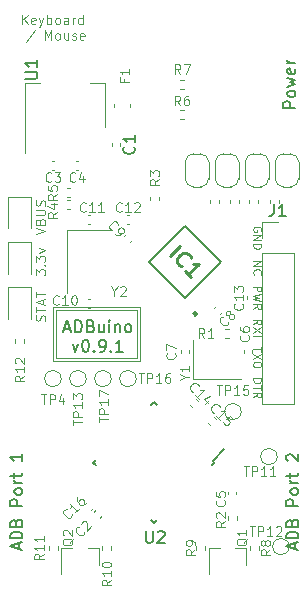
<source format=gbr>
%TF.GenerationSoftware,KiCad,Pcbnew,(5.1.9-16-g1737927814)-1*%
%TF.CreationDate,2021-07-25T19:14:51-05:00*%
%TF.ProjectId,adbuino,61646275-696e-46f2-9e6b-696361645f70,rev?*%
%TF.SameCoordinates,Original*%
%TF.FileFunction,Legend,Top*%
%TF.FilePolarity,Positive*%
%FSLAX46Y46*%
G04 Gerber Fmt 4.6, Leading zero omitted, Abs format (unit mm)*
G04 Created by KiCad (PCBNEW (5.1.9-16-g1737927814)-1) date 2021-07-25 19:14:51*
%MOMM*%
%LPD*%
G01*
G04 APERTURE LIST*
%ADD10C,0.100000*%
%ADD11C,0.120000*%
%ADD12C,0.150000*%
%ADD13C,0.200000*%
%ADD14C,0.250000*%
%ADD15C,0.254000*%
G04 APERTURE END LIST*
D10*
X28263809Y-51980952D02*
X28301904Y-51866666D01*
X28301904Y-51676190D01*
X28263809Y-51600000D01*
X28225714Y-51561904D01*
X28149523Y-51523809D01*
X28073333Y-51523809D01*
X27997142Y-51561904D01*
X27959047Y-51600000D01*
X27920952Y-51676190D01*
X27882857Y-51828571D01*
X27844761Y-51904761D01*
X27806666Y-51942857D01*
X27730476Y-51980952D01*
X27654285Y-51980952D01*
X27578095Y-51942857D01*
X27540000Y-51904761D01*
X27501904Y-51828571D01*
X27501904Y-51638095D01*
X27540000Y-51523809D01*
X27501904Y-51295238D02*
X27501904Y-50838095D01*
X28301904Y-51066666D02*
X27501904Y-51066666D01*
X28073333Y-50609523D02*
X28073333Y-50228571D01*
X28301904Y-50685714D02*
X27501904Y-50419047D01*
X28301904Y-50152380D01*
X27501904Y-50000000D02*
X27501904Y-49542857D01*
X28301904Y-49771428D02*
X27501904Y-49771428D01*
X27501904Y-48132857D02*
X27501904Y-47637619D01*
X27806666Y-47904285D01*
X27806666Y-47790000D01*
X27844761Y-47713809D01*
X27882857Y-47675714D01*
X27959047Y-47637619D01*
X28149523Y-47637619D01*
X28225714Y-47675714D01*
X28263809Y-47713809D01*
X28301904Y-47790000D01*
X28301904Y-48018571D01*
X28263809Y-48094761D01*
X28225714Y-48132857D01*
X28225714Y-47294761D02*
X28263809Y-47256666D01*
X28301904Y-47294761D01*
X28263809Y-47332857D01*
X28225714Y-47294761D01*
X28301904Y-47294761D01*
X27501904Y-46990000D02*
X27501904Y-46494761D01*
X27806666Y-46761428D01*
X27806666Y-46647142D01*
X27844761Y-46570952D01*
X27882857Y-46532857D01*
X27959047Y-46494761D01*
X28149523Y-46494761D01*
X28225714Y-46532857D01*
X28263809Y-46570952D01*
X28301904Y-46647142D01*
X28301904Y-46875714D01*
X28263809Y-46951904D01*
X28225714Y-46990000D01*
X27768571Y-46228095D02*
X28301904Y-46037619D01*
X27768571Y-45847142D01*
X27501904Y-44646666D02*
X28301904Y-44380000D01*
X27501904Y-44113333D01*
X27882857Y-43580000D02*
X27920952Y-43465714D01*
X27959047Y-43427619D01*
X28035238Y-43389523D01*
X28149523Y-43389523D01*
X28225714Y-43427619D01*
X28263809Y-43465714D01*
X28301904Y-43541904D01*
X28301904Y-43846666D01*
X27501904Y-43846666D01*
X27501904Y-43580000D01*
X27540000Y-43503809D01*
X27578095Y-43465714D01*
X27654285Y-43427619D01*
X27730476Y-43427619D01*
X27806666Y-43465714D01*
X27844761Y-43503809D01*
X27882857Y-43580000D01*
X27882857Y-43846666D01*
X27501904Y-43046666D02*
X28149523Y-43046666D01*
X28225714Y-43008571D01*
X28263809Y-42970476D01*
X28301904Y-42894285D01*
X28301904Y-42741904D01*
X28263809Y-42665714D01*
X28225714Y-42627619D01*
X28149523Y-42589523D01*
X27501904Y-42589523D01*
X28263809Y-42246666D02*
X28301904Y-42132380D01*
X28301904Y-41941904D01*
X28263809Y-41865714D01*
X28225714Y-41827619D01*
X28149523Y-41789523D01*
X28073333Y-41789523D01*
X27997142Y-41827619D01*
X27959047Y-41865714D01*
X27920952Y-41941904D01*
X27882857Y-42094285D01*
X27844761Y-42170476D01*
X27806666Y-42208571D01*
X27730476Y-42246666D01*
X27654285Y-42246666D01*
X27578095Y-42208571D01*
X27540000Y-42170476D01*
X27501904Y-42094285D01*
X27501904Y-41903809D01*
X27540000Y-41789523D01*
D11*
X36068000Y-51054000D02*
X36068000Y-51308000D01*
X36322000Y-50800000D02*
X28956000Y-50800000D01*
X36322000Y-55372000D02*
X36322000Y-50800000D01*
X28956000Y-55372000D02*
X36322000Y-55372000D01*
X28956000Y-50800000D02*
X28956000Y-55372000D01*
X29210000Y-51054000D02*
X36068000Y-51054000D01*
X29210000Y-55118000D02*
X29210000Y-51054000D01*
X36068000Y-55118000D02*
X29210000Y-55118000D01*
X36068000Y-51308000D02*
X36068000Y-55118000D01*
D12*
X29932666Y-52681666D02*
X30408857Y-52681666D01*
X29837428Y-52967380D02*
X30170761Y-51967380D01*
X30504095Y-52967380D01*
X30837428Y-52967380D02*
X30837428Y-51967380D01*
X31075523Y-51967380D01*
X31218380Y-52015000D01*
X31313619Y-52110238D01*
X31361238Y-52205476D01*
X31408857Y-52395952D01*
X31408857Y-52538809D01*
X31361238Y-52729285D01*
X31313619Y-52824523D01*
X31218380Y-52919761D01*
X31075523Y-52967380D01*
X30837428Y-52967380D01*
X32170761Y-52443571D02*
X32313619Y-52491190D01*
X32361238Y-52538809D01*
X32408857Y-52634047D01*
X32408857Y-52776904D01*
X32361238Y-52872142D01*
X32313619Y-52919761D01*
X32218380Y-52967380D01*
X31837428Y-52967380D01*
X31837428Y-51967380D01*
X32170761Y-51967380D01*
X32266000Y-52015000D01*
X32313619Y-52062619D01*
X32361238Y-52157857D01*
X32361238Y-52253095D01*
X32313619Y-52348333D01*
X32266000Y-52395952D01*
X32170761Y-52443571D01*
X31837428Y-52443571D01*
X33266000Y-52300714D02*
X33266000Y-52967380D01*
X32837428Y-52300714D02*
X32837428Y-52824523D01*
X32885047Y-52919761D01*
X32980285Y-52967380D01*
X33123142Y-52967380D01*
X33218380Y-52919761D01*
X33266000Y-52872142D01*
X33742190Y-52967380D02*
X33742190Y-52300714D01*
X33742190Y-51967380D02*
X33694571Y-52015000D01*
X33742190Y-52062619D01*
X33789809Y-52015000D01*
X33742190Y-51967380D01*
X33742190Y-52062619D01*
X34218380Y-52300714D02*
X34218380Y-52967380D01*
X34218380Y-52395952D02*
X34266000Y-52348333D01*
X34361238Y-52300714D01*
X34504095Y-52300714D01*
X34599333Y-52348333D01*
X34646952Y-52443571D01*
X34646952Y-52967380D01*
X35266000Y-52967380D02*
X35170761Y-52919761D01*
X35123142Y-52872142D01*
X35075523Y-52776904D01*
X35075523Y-52491190D01*
X35123142Y-52395952D01*
X35170761Y-52348333D01*
X35266000Y-52300714D01*
X35408857Y-52300714D01*
X35504095Y-52348333D01*
X35551714Y-52395952D01*
X35599333Y-52491190D01*
X35599333Y-52776904D01*
X35551714Y-52872142D01*
X35504095Y-52919761D01*
X35408857Y-52967380D01*
X35266000Y-52967380D01*
X30623142Y-53950714D02*
X30861238Y-54617380D01*
X31099333Y-53950714D01*
X31670761Y-53617380D02*
X31766000Y-53617380D01*
X31861238Y-53665000D01*
X31908857Y-53712619D01*
X31956476Y-53807857D01*
X32004095Y-53998333D01*
X32004095Y-54236428D01*
X31956476Y-54426904D01*
X31908857Y-54522142D01*
X31861238Y-54569761D01*
X31766000Y-54617380D01*
X31670761Y-54617380D01*
X31575523Y-54569761D01*
X31527904Y-54522142D01*
X31480285Y-54426904D01*
X31432666Y-54236428D01*
X31432666Y-53998333D01*
X31480285Y-53807857D01*
X31527904Y-53712619D01*
X31575523Y-53665000D01*
X31670761Y-53617380D01*
X32432666Y-54522142D02*
X32480285Y-54569761D01*
X32432666Y-54617380D01*
X32385047Y-54569761D01*
X32432666Y-54522142D01*
X32432666Y-54617380D01*
X32956476Y-54617380D02*
X33146952Y-54617380D01*
X33242190Y-54569761D01*
X33289809Y-54522142D01*
X33385047Y-54379285D01*
X33432666Y-54188809D01*
X33432666Y-53807857D01*
X33385047Y-53712619D01*
X33337428Y-53665000D01*
X33242190Y-53617380D01*
X33051714Y-53617380D01*
X32956476Y-53665000D01*
X32908857Y-53712619D01*
X32861238Y-53807857D01*
X32861238Y-54045952D01*
X32908857Y-54141190D01*
X32956476Y-54188809D01*
X33051714Y-54236428D01*
X33242190Y-54236428D01*
X33337428Y-54188809D01*
X33385047Y-54141190D01*
X33432666Y-54045952D01*
X33861238Y-54522142D02*
X33908857Y-54569761D01*
X33861238Y-54617380D01*
X33813619Y-54569761D01*
X33861238Y-54522142D01*
X33861238Y-54617380D01*
X34861238Y-54617380D02*
X34289809Y-54617380D01*
X34575523Y-54617380D02*
X34575523Y-53617380D01*
X34480285Y-53760238D01*
X34385047Y-53855476D01*
X34289809Y-53903095D01*
D10*
X45911333Y-49104666D02*
X46611333Y-49104666D01*
X46611333Y-49371333D01*
X46578000Y-49438000D01*
X46544666Y-49471333D01*
X46478000Y-49504666D01*
X46378000Y-49504666D01*
X46311333Y-49471333D01*
X46278000Y-49438000D01*
X46244666Y-49371333D01*
X46244666Y-49104666D01*
X46611333Y-49738000D02*
X45911333Y-49904666D01*
X46411333Y-50038000D01*
X45911333Y-50171333D01*
X46611333Y-50338000D01*
X45911333Y-51004666D02*
X46244666Y-50771333D01*
X45911333Y-50604666D02*
X46611333Y-50604666D01*
X46611333Y-50871333D01*
X46578000Y-50938000D01*
X46544666Y-50971333D01*
X46478000Y-51004666D01*
X46378000Y-51004666D01*
X46311333Y-50971333D01*
X46278000Y-50938000D01*
X46244666Y-50871333D01*
X46244666Y-50604666D01*
X45911333Y-56858000D02*
X46611333Y-56858000D01*
X46611333Y-57024666D01*
X46578000Y-57124666D01*
X46511333Y-57191333D01*
X46444666Y-57224666D01*
X46311333Y-57258000D01*
X46211333Y-57258000D01*
X46078000Y-57224666D01*
X46011333Y-57191333D01*
X45944666Y-57124666D01*
X45911333Y-57024666D01*
X45911333Y-56858000D01*
X46611333Y-57458000D02*
X46611333Y-57858000D01*
X45911333Y-57658000D02*
X46611333Y-57658000D01*
X45911333Y-58491333D02*
X46244666Y-58258000D01*
X45911333Y-58091333D02*
X46611333Y-58091333D01*
X46611333Y-58358000D01*
X46578000Y-58424666D01*
X46544666Y-58458000D01*
X46478000Y-58491333D01*
X46378000Y-58491333D01*
X46311333Y-58458000D01*
X46278000Y-58424666D01*
X46244666Y-58358000D01*
X46244666Y-58091333D01*
X46611333Y-54218000D02*
X46611333Y-54618000D01*
X45911333Y-54418000D02*
X46611333Y-54418000D01*
X46611333Y-54784666D02*
X45911333Y-55251333D01*
X46611333Y-55251333D02*
X45911333Y-54784666D01*
X46611333Y-55651333D02*
X46611333Y-55784666D01*
X46578000Y-55851333D01*
X46511333Y-55918000D01*
X46378000Y-55951333D01*
X46144666Y-55951333D01*
X46011333Y-55918000D01*
X45944666Y-55851333D01*
X45911333Y-55784666D01*
X45911333Y-55651333D01*
X45944666Y-55584666D01*
X46011333Y-55518000D01*
X46144666Y-55484666D01*
X46378000Y-55484666D01*
X46511333Y-55518000D01*
X46578000Y-55584666D01*
X46611333Y-55651333D01*
X45911333Y-52294666D02*
X46244666Y-52061333D01*
X45911333Y-51894666D02*
X46611333Y-51894666D01*
X46611333Y-52161333D01*
X46578000Y-52228000D01*
X46544666Y-52261333D01*
X46478000Y-52294666D01*
X46378000Y-52294666D01*
X46311333Y-52261333D01*
X46278000Y-52228000D01*
X46244666Y-52161333D01*
X46244666Y-51894666D01*
X46611333Y-52528000D02*
X45911333Y-52994666D01*
X46611333Y-52994666D02*
X45911333Y-52528000D01*
X45911333Y-53261333D02*
X46611333Y-53261333D01*
X45911333Y-46948000D02*
X46611333Y-46948000D01*
X45911333Y-47348000D01*
X46611333Y-47348000D01*
X45978000Y-48081333D02*
X45944666Y-48048000D01*
X45911333Y-47948000D01*
X45911333Y-47881333D01*
X45944666Y-47781333D01*
X46011333Y-47714666D01*
X46078000Y-47681333D01*
X46211333Y-47648000D01*
X46311333Y-47648000D01*
X46444666Y-47681333D01*
X46511333Y-47714666D01*
X46578000Y-47781333D01*
X46611333Y-47881333D01*
X46611333Y-47948000D01*
X46578000Y-48048000D01*
X46544666Y-48081333D01*
X46578000Y-44424666D02*
X46611333Y-44358000D01*
X46611333Y-44258000D01*
X46578000Y-44158000D01*
X46511333Y-44091333D01*
X46444666Y-44058000D01*
X46311333Y-44024666D01*
X46211333Y-44024666D01*
X46078000Y-44058000D01*
X46011333Y-44091333D01*
X45944666Y-44158000D01*
X45911333Y-44258000D01*
X45911333Y-44324666D01*
X45944666Y-44424666D01*
X45978000Y-44458000D01*
X46211333Y-44458000D01*
X46211333Y-44324666D01*
X45911333Y-44758000D02*
X46611333Y-44758000D01*
X45911333Y-45158000D01*
X46611333Y-45158000D01*
X45911333Y-45491333D02*
X46611333Y-45491333D01*
X46611333Y-45658000D01*
X46578000Y-45758000D01*
X46511333Y-45824666D01*
X46444666Y-45858000D01*
X46311333Y-45891333D01*
X46211333Y-45891333D01*
X46078000Y-45858000D01*
X46011333Y-45824666D01*
X45944666Y-45758000D01*
X45911333Y-45658000D01*
X45911333Y-45491333D01*
D12*
X49474380Y-33980190D02*
X48474380Y-33980190D01*
X48474380Y-33599238D01*
X48522000Y-33504000D01*
X48569619Y-33456380D01*
X48664857Y-33408761D01*
X48807714Y-33408761D01*
X48902952Y-33456380D01*
X48950571Y-33504000D01*
X48998190Y-33599238D01*
X48998190Y-33980190D01*
X49474380Y-32837333D02*
X49426761Y-32932571D01*
X49379142Y-32980190D01*
X49283904Y-33027809D01*
X48998190Y-33027809D01*
X48902952Y-32980190D01*
X48855333Y-32932571D01*
X48807714Y-32837333D01*
X48807714Y-32694476D01*
X48855333Y-32599238D01*
X48902952Y-32551619D01*
X48998190Y-32504000D01*
X49283904Y-32504000D01*
X49379142Y-32551619D01*
X49426761Y-32599238D01*
X49474380Y-32694476D01*
X49474380Y-32837333D01*
X48807714Y-32170666D02*
X49474380Y-31980190D01*
X48998190Y-31789714D01*
X49474380Y-31599238D01*
X48807714Y-31408761D01*
X49426761Y-30646857D02*
X49474380Y-30742095D01*
X49474380Y-30932571D01*
X49426761Y-31027809D01*
X49331523Y-31075428D01*
X48950571Y-31075428D01*
X48855333Y-31027809D01*
X48807714Y-30932571D01*
X48807714Y-30742095D01*
X48855333Y-30646857D01*
X48950571Y-30599238D01*
X49045809Y-30599238D01*
X49141047Y-31075428D01*
X49474380Y-30170666D02*
X48807714Y-30170666D01*
X48998190Y-30170666D02*
X48902952Y-30123047D01*
X48855333Y-30075428D01*
X48807714Y-29980190D01*
X48807714Y-29884952D01*
D10*
X26352857Y-26889904D02*
X26352857Y-26089904D01*
X26810000Y-26889904D02*
X26467142Y-26432761D01*
X26810000Y-26089904D02*
X26352857Y-26547047D01*
X27457619Y-26851809D02*
X27381428Y-26889904D01*
X27229047Y-26889904D01*
X27152857Y-26851809D01*
X27114761Y-26775619D01*
X27114761Y-26470857D01*
X27152857Y-26394666D01*
X27229047Y-26356571D01*
X27381428Y-26356571D01*
X27457619Y-26394666D01*
X27495714Y-26470857D01*
X27495714Y-26547047D01*
X27114761Y-26623238D01*
X27762380Y-26356571D02*
X27952857Y-26889904D01*
X28143333Y-26356571D02*
X27952857Y-26889904D01*
X27876666Y-27080380D01*
X27838571Y-27118476D01*
X27762380Y-27156571D01*
X28448095Y-26889904D02*
X28448095Y-26089904D01*
X28448095Y-26394666D02*
X28524285Y-26356571D01*
X28676666Y-26356571D01*
X28752857Y-26394666D01*
X28790952Y-26432761D01*
X28829047Y-26508952D01*
X28829047Y-26737523D01*
X28790952Y-26813714D01*
X28752857Y-26851809D01*
X28676666Y-26889904D01*
X28524285Y-26889904D01*
X28448095Y-26851809D01*
X29286190Y-26889904D02*
X29210000Y-26851809D01*
X29171904Y-26813714D01*
X29133809Y-26737523D01*
X29133809Y-26508952D01*
X29171904Y-26432761D01*
X29210000Y-26394666D01*
X29286190Y-26356571D01*
X29400476Y-26356571D01*
X29476666Y-26394666D01*
X29514761Y-26432761D01*
X29552857Y-26508952D01*
X29552857Y-26737523D01*
X29514761Y-26813714D01*
X29476666Y-26851809D01*
X29400476Y-26889904D01*
X29286190Y-26889904D01*
X30238571Y-26889904D02*
X30238571Y-26470857D01*
X30200476Y-26394666D01*
X30124285Y-26356571D01*
X29971904Y-26356571D01*
X29895714Y-26394666D01*
X30238571Y-26851809D02*
X30162380Y-26889904D01*
X29971904Y-26889904D01*
X29895714Y-26851809D01*
X29857619Y-26775619D01*
X29857619Y-26699428D01*
X29895714Y-26623238D01*
X29971904Y-26585142D01*
X30162380Y-26585142D01*
X30238571Y-26547047D01*
X30619523Y-26889904D02*
X30619523Y-26356571D01*
X30619523Y-26508952D02*
X30657619Y-26432761D01*
X30695714Y-26394666D01*
X30771904Y-26356571D01*
X30848095Y-26356571D01*
X31457619Y-26889904D02*
X31457619Y-26089904D01*
X31457619Y-26851809D02*
X31381428Y-26889904D01*
X31229047Y-26889904D01*
X31152857Y-26851809D01*
X31114761Y-26813714D01*
X31076666Y-26737523D01*
X31076666Y-26508952D01*
X31114761Y-26432761D01*
X31152857Y-26394666D01*
X31229047Y-26356571D01*
X31381428Y-26356571D01*
X31457619Y-26394666D01*
X27400476Y-27351809D02*
X26714761Y-28380380D01*
X28276666Y-28189904D02*
X28276666Y-27389904D01*
X28543333Y-27961333D01*
X28810000Y-27389904D01*
X28810000Y-28189904D01*
X29305238Y-28189904D02*
X29229047Y-28151809D01*
X29190952Y-28113714D01*
X29152857Y-28037523D01*
X29152857Y-27808952D01*
X29190952Y-27732761D01*
X29229047Y-27694666D01*
X29305238Y-27656571D01*
X29419523Y-27656571D01*
X29495714Y-27694666D01*
X29533809Y-27732761D01*
X29571904Y-27808952D01*
X29571904Y-28037523D01*
X29533809Y-28113714D01*
X29495714Y-28151809D01*
X29419523Y-28189904D01*
X29305238Y-28189904D01*
X30257619Y-27656571D02*
X30257619Y-28189904D01*
X29914761Y-27656571D02*
X29914761Y-28075619D01*
X29952857Y-28151809D01*
X30029047Y-28189904D01*
X30143333Y-28189904D01*
X30219523Y-28151809D01*
X30257619Y-28113714D01*
X30600476Y-28151809D02*
X30676666Y-28189904D01*
X30829047Y-28189904D01*
X30905238Y-28151809D01*
X30943333Y-28075619D01*
X30943333Y-28037523D01*
X30905238Y-27961333D01*
X30829047Y-27923238D01*
X30714761Y-27923238D01*
X30638571Y-27885142D01*
X30600476Y-27808952D01*
X30600476Y-27770857D01*
X30638571Y-27694666D01*
X30714761Y-27656571D01*
X30829047Y-27656571D01*
X30905238Y-27694666D01*
X31590952Y-28151809D02*
X31514761Y-28189904D01*
X31362380Y-28189904D01*
X31286190Y-28151809D01*
X31248095Y-28075619D01*
X31248095Y-27770857D01*
X31286190Y-27694666D01*
X31362380Y-27656571D01*
X31514761Y-27656571D01*
X31590952Y-27694666D01*
X31629047Y-27770857D01*
X31629047Y-27847047D01*
X31248095Y-27923238D01*
D12*
X49442666Y-71333809D02*
X49442666Y-70857619D01*
X49728380Y-71429047D02*
X48728380Y-71095714D01*
X49728380Y-70762380D01*
X49728380Y-70429047D02*
X48728380Y-70429047D01*
X48728380Y-70190952D01*
X48776000Y-70048095D01*
X48871238Y-69952857D01*
X48966476Y-69905238D01*
X49156952Y-69857619D01*
X49299809Y-69857619D01*
X49490285Y-69905238D01*
X49585523Y-69952857D01*
X49680761Y-70048095D01*
X49728380Y-70190952D01*
X49728380Y-70429047D01*
X49204571Y-69095714D02*
X49252190Y-68952857D01*
X49299809Y-68905238D01*
X49395047Y-68857619D01*
X49537904Y-68857619D01*
X49633142Y-68905238D01*
X49680761Y-68952857D01*
X49728380Y-69048095D01*
X49728380Y-69429047D01*
X48728380Y-69429047D01*
X48728380Y-69095714D01*
X48776000Y-69000476D01*
X48823619Y-68952857D01*
X48918857Y-68905238D01*
X49014095Y-68905238D01*
X49109333Y-68952857D01*
X49156952Y-69000476D01*
X49204571Y-69095714D01*
X49204571Y-69429047D01*
X49728380Y-67667142D02*
X48728380Y-67667142D01*
X48728380Y-67286190D01*
X48776000Y-67190952D01*
X48823619Y-67143333D01*
X48918857Y-67095714D01*
X49061714Y-67095714D01*
X49156952Y-67143333D01*
X49204571Y-67190952D01*
X49252190Y-67286190D01*
X49252190Y-67667142D01*
X49728380Y-66524285D02*
X49680761Y-66619523D01*
X49633142Y-66667142D01*
X49537904Y-66714761D01*
X49252190Y-66714761D01*
X49156952Y-66667142D01*
X49109333Y-66619523D01*
X49061714Y-66524285D01*
X49061714Y-66381428D01*
X49109333Y-66286190D01*
X49156952Y-66238571D01*
X49252190Y-66190952D01*
X49537904Y-66190952D01*
X49633142Y-66238571D01*
X49680761Y-66286190D01*
X49728380Y-66381428D01*
X49728380Y-66524285D01*
X49728380Y-65762380D02*
X49061714Y-65762380D01*
X49252190Y-65762380D02*
X49156952Y-65714761D01*
X49109333Y-65667142D01*
X49061714Y-65571904D01*
X49061714Y-65476666D01*
X49061714Y-65286190D02*
X49061714Y-64905238D01*
X48728380Y-65143333D02*
X49585523Y-65143333D01*
X49680761Y-65095714D01*
X49728380Y-65000476D01*
X49728380Y-64905238D01*
X48823619Y-63857619D02*
X48776000Y-63810000D01*
X48728380Y-63714761D01*
X48728380Y-63476666D01*
X48776000Y-63381428D01*
X48823619Y-63333809D01*
X48918857Y-63286190D01*
X49014095Y-63286190D01*
X49156952Y-63333809D01*
X49728380Y-63905238D01*
X49728380Y-63286190D01*
X26074666Y-71333809D02*
X26074666Y-70857619D01*
X26360380Y-71429047D02*
X25360380Y-71095714D01*
X26360380Y-70762380D01*
X26360380Y-70429047D02*
X25360380Y-70429047D01*
X25360380Y-70190952D01*
X25408000Y-70048095D01*
X25503238Y-69952857D01*
X25598476Y-69905238D01*
X25788952Y-69857619D01*
X25931809Y-69857619D01*
X26122285Y-69905238D01*
X26217523Y-69952857D01*
X26312761Y-70048095D01*
X26360380Y-70190952D01*
X26360380Y-70429047D01*
X25836571Y-69095714D02*
X25884190Y-68952857D01*
X25931809Y-68905238D01*
X26027047Y-68857619D01*
X26169904Y-68857619D01*
X26265142Y-68905238D01*
X26312761Y-68952857D01*
X26360380Y-69048095D01*
X26360380Y-69429047D01*
X25360380Y-69429047D01*
X25360380Y-69095714D01*
X25408000Y-69000476D01*
X25455619Y-68952857D01*
X25550857Y-68905238D01*
X25646095Y-68905238D01*
X25741333Y-68952857D01*
X25788952Y-69000476D01*
X25836571Y-69095714D01*
X25836571Y-69429047D01*
X26360380Y-67667142D02*
X25360380Y-67667142D01*
X25360380Y-67286190D01*
X25408000Y-67190952D01*
X25455619Y-67143333D01*
X25550857Y-67095714D01*
X25693714Y-67095714D01*
X25788952Y-67143333D01*
X25836571Y-67190952D01*
X25884190Y-67286190D01*
X25884190Y-67667142D01*
X26360380Y-66524285D02*
X26312761Y-66619523D01*
X26265142Y-66667142D01*
X26169904Y-66714761D01*
X25884190Y-66714761D01*
X25788952Y-66667142D01*
X25741333Y-66619523D01*
X25693714Y-66524285D01*
X25693714Y-66381428D01*
X25741333Y-66286190D01*
X25788952Y-66238571D01*
X25884190Y-66190952D01*
X26169904Y-66190952D01*
X26265142Y-66238571D01*
X26312761Y-66286190D01*
X26360380Y-66381428D01*
X26360380Y-66524285D01*
X26360380Y-65762380D02*
X25693714Y-65762380D01*
X25884190Y-65762380D02*
X25788952Y-65714761D01*
X25741333Y-65667142D01*
X25693714Y-65571904D01*
X25693714Y-65476666D01*
X25693714Y-65286190D02*
X25693714Y-64905238D01*
X25360380Y-65143333D02*
X26217523Y-65143333D01*
X26312761Y-65095714D01*
X26360380Y-65000476D01*
X26360380Y-64905238D01*
X26360380Y-63286190D02*
X26360380Y-63857619D01*
X26360380Y-63571904D02*
X25360380Y-63571904D01*
X25503238Y-63667142D01*
X25598476Y-63762380D01*
X25646095Y-63857619D01*
D13*
%TO.C,IC1*%
X40132000Y-50040559D02*
X37091441Y-47000000D01*
X37091441Y-47000000D02*
X40132000Y-43959441D01*
X40132000Y-43959441D02*
X43172559Y-47000000D01*
X43172559Y-47000000D02*
X40132000Y-50040559D01*
D14*
X41123206Y-51401740D02*
G75*
G03*
X41123206Y-51401740I-125000J0D01*
G01*
D11*
%TO.C,C13*%
X46080000Y-50145836D02*
X46080000Y-49930164D01*
X45360000Y-50145836D02*
X45360000Y-49930164D01*
%TO.C,Y2*%
X30154000Y-44350000D02*
X30154000Y-49650000D01*
X33854000Y-44350000D02*
X30154000Y-44350000D01*
%TO.C,R16*%
X48132000Y-42063641D02*
X48132000Y-41756359D01*
X47372000Y-42063641D02*
X47372000Y-41756359D01*
%TO.C,R15*%
X44686999Y-42063641D02*
X44686999Y-41756359D01*
X43926999Y-42063641D02*
X43926999Y-41756359D01*
%TO.C,R14*%
X43052000Y-42063641D02*
X43052000Y-41756359D01*
X42292000Y-42063641D02*
X42292000Y-41756359D01*
%TO.C,R13*%
X46321998Y-42063641D02*
X46321998Y-41756359D01*
X45561998Y-42063641D02*
X45561998Y-41756359D01*
%TO.C,R12*%
X25731200Y-53884801D02*
X25731200Y-53577519D01*
X26491200Y-53884801D02*
X26491200Y-53577519D01*
%TO.C,R11*%
X28591240Y-71377241D02*
X28591240Y-71069959D01*
X29351240Y-71377241D02*
X29351240Y-71069959D01*
%TO.C,R10*%
X33908000Y-71067959D02*
X33908000Y-71375241D01*
X33148000Y-71067959D02*
X33148000Y-71375241D01*
%TO.C,R9*%
X41103280Y-71377241D02*
X41103280Y-71069959D01*
X41863280Y-71377241D02*
X41863280Y-71069959D01*
%TO.C,R8*%
X46414960Y-71064879D02*
X46414960Y-71372161D01*
X45654960Y-71064879D02*
X45654960Y-71372161D01*
%TO.C,R7*%
X40031641Y-32384000D02*
X39724359Y-32384000D01*
X40031641Y-31624000D02*
X39724359Y-31624000D01*
%TO.C,R6*%
X39722359Y-34164000D02*
X40029641Y-34164000D01*
X39722359Y-34924000D02*
X40029641Y-34924000D01*
%TO.C,R5*%
X30418281Y-41548320D02*
X30110999Y-41548320D01*
X30418281Y-40788320D02*
X30110999Y-40788320D01*
%TO.C,R4*%
X30413201Y-42559240D02*
X30105919Y-42559240D01*
X30413201Y-41799240D02*
X30105919Y-41799240D01*
%TO.C,R3*%
X37972000Y-41502359D02*
X37972000Y-41809641D01*
X37212000Y-41502359D02*
X37212000Y-41809641D01*
%TO.C,R2*%
X43749960Y-68862641D02*
X43749960Y-68555359D01*
X44509960Y-68862641D02*
X44509960Y-68555359D01*
%TO.C,R1*%
X43839641Y-53466000D02*
X43532359Y-53466000D01*
X43839641Y-52706000D02*
X43532359Y-52706000D01*
%TO.C,C16*%
X32366239Y-67860096D02*
X32213736Y-68012599D01*
X31857122Y-67350979D02*
X31704619Y-67503482D01*
%TO.C,C15*%
X42596307Y-60121190D02*
X42748810Y-60273693D01*
X42087190Y-60630307D02*
X42239693Y-60782810D01*
%TO.C,C14*%
X41072307Y-58597190D02*
X41224810Y-58749693D01*
X40563190Y-59106307D02*
X40715693Y-59258810D01*
%TO.C,C12*%
X35413836Y-43794000D02*
X35198164Y-43794000D01*
X35413836Y-43074000D02*
X35198164Y-43074000D01*
%TO.C,C11*%
X31896164Y-43074000D02*
X32111836Y-43074000D01*
X31896164Y-43794000D02*
X32111836Y-43794000D01*
%TO.C,C10*%
X32111836Y-50906000D02*
X31896164Y-50906000D01*
X32111836Y-50186000D02*
X31896164Y-50186000D01*
%TO.C,C9*%
X35636810Y-45136307D02*
X35484307Y-45288810D01*
X35127693Y-44627190D02*
X34975190Y-44779693D01*
%TO.C,C8*%
X42595190Y-50875693D02*
X42747693Y-50723190D01*
X43104307Y-51384810D02*
X43256810Y-51232307D01*
%TO.C,C7*%
X39772000Y-54717836D02*
X39772000Y-54502164D01*
X40492000Y-54717836D02*
X40492000Y-54502164D01*
%TO.C,C6*%
X45826000Y-54502164D02*
X45826000Y-54717836D01*
X45106000Y-54502164D02*
X45106000Y-54717836D01*
%TO.C,C5*%
X43769960Y-66683836D02*
X43769960Y-66468164D01*
X44489960Y-66683836D02*
X44489960Y-66468164D01*
%TO.C,C4*%
X30880164Y-38502000D02*
X31095836Y-38502000D01*
X30880164Y-39222000D02*
X31095836Y-39222000D01*
%TO.C,C3*%
X29063836Y-39222000D02*
X28848164Y-39222000D01*
X29063836Y-38502000D02*
X28848164Y-38502000D01*
%TO.C,C2*%
X33056170Y-68555107D02*
X32903667Y-68707610D01*
X32547053Y-68045990D02*
X32394550Y-68198493D01*
%TO.C,C1*%
X34650000Y-36976164D02*
X34650000Y-37191836D01*
X33930000Y-36976164D02*
X33930000Y-37191836D01*
%TO.C,TP13*%
X31772666Y-56896000D02*
G75*
G03*
X31772666Y-56896000I-700000J0D01*
G01*
%TO.C,TP12*%
X48960000Y-71120000D02*
G75*
G03*
X48960000Y-71120000I-700000J0D01*
G01*
%TO.C,TP11*%
X47944000Y-63500000D02*
G75*
G03*
X47944000Y-63500000I-700000J0D01*
G01*
%TO.C,D3*%
X27071200Y-51823100D02*
X27071200Y-49138100D01*
X27071200Y-49138100D02*
X25151200Y-49138100D01*
X25151200Y-49138100D02*
X25151200Y-51823100D01*
%TO.C,D2*%
X27071200Y-44180000D02*
X27071200Y-41495000D01*
X27071200Y-41495000D02*
X25151200Y-41495000D01*
X25151200Y-41495000D02*
X25151200Y-44180000D01*
%TO.C,D1*%
X27071200Y-48001550D02*
X27071200Y-45316550D01*
X27071200Y-45316550D02*
X25151200Y-45316550D01*
X25151200Y-45316550D02*
X25151200Y-48001550D01*
%TO.C,JP6*%
X42148000Y-38558000D02*
X42148000Y-39958000D01*
X41448000Y-40658000D02*
X40848000Y-40658000D01*
X40148000Y-39958000D02*
X40148000Y-38558000D01*
X40848000Y-37858000D02*
X41448000Y-37858000D01*
X41448000Y-37858000D02*
G75*
G02*
X42148000Y-38558000I0J-700000D01*
G01*
X40148000Y-38558000D02*
G75*
G02*
X40848000Y-37858000I700000J0D01*
G01*
X40848000Y-40658000D02*
G75*
G02*
X40148000Y-39958000I0J700000D01*
G01*
X42148000Y-39958000D02*
G75*
G02*
X41448000Y-40658000I-700000J0D01*
G01*
%TO.C,JP5*%
X47228000Y-38558000D02*
X47228000Y-39958000D01*
X46528000Y-40658000D02*
X45928000Y-40658000D01*
X45228000Y-39958000D02*
X45228000Y-38558000D01*
X45928000Y-37858000D02*
X46528000Y-37858000D01*
X46528000Y-37858000D02*
G75*
G02*
X47228000Y-38558000I0J-700000D01*
G01*
X45228000Y-38558000D02*
G75*
G02*
X45928000Y-37858000I700000J0D01*
G01*
X45928000Y-40658000D02*
G75*
G02*
X45228000Y-39958000I0J700000D01*
G01*
X47228000Y-39958000D02*
G75*
G02*
X46528000Y-40658000I-700000J0D01*
G01*
%TO.C,JP4*%
X49768000Y-38558000D02*
X49768000Y-39958000D01*
X49068000Y-40658000D02*
X48468000Y-40658000D01*
X47768000Y-39958000D02*
X47768000Y-38558000D01*
X48468000Y-37858000D02*
X49068000Y-37858000D01*
X49068000Y-37858000D02*
G75*
G02*
X49768000Y-38558000I0J-700000D01*
G01*
X47768000Y-38558000D02*
G75*
G02*
X48468000Y-37858000I700000J0D01*
G01*
X48468000Y-40658000D02*
G75*
G02*
X47768000Y-39958000I0J700000D01*
G01*
X49768000Y-39958000D02*
G75*
G02*
X49068000Y-40658000I-700000J0D01*
G01*
%TO.C,JP3*%
X44688000Y-38558000D02*
X44688000Y-39958000D01*
X43988000Y-40658000D02*
X43388000Y-40658000D01*
X42688000Y-39958000D02*
X42688000Y-38558000D01*
X43388000Y-37858000D02*
X43988000Y-37858000D01*
X43988000Y-37858000D02*
G75*
G02*
X44688000Y-38558000I0J-700000D01*
G01*
X42688000Y-38558000D02*
G75*
G02*
X43388000Y-37858000I700000J0D01*
G01*
X43388000Y-40658000D02*
G75*
G02*
X42688000Y-39958000I0J700000D01*
G01*
X44688000Y-39958000D02*
G75*
G02*
X43988000Y-40658000I-700000J0D01*
G01*
%TO.C,J1*%
X46670000Y-43670000D02*
X48000000Y-43670000D01*
X46670000Y-45000000D02*
X46670000Y-43670000D01*
X46670000Y-46270000D02*
X49330000Y-46270000D01*
X49330000Y-46270000D02*
X49330000Y-59030000D01*
X46670000Y-46270000D02*
X46670000Y-59030000D01*
X46670000Y-59030000D02*
X49330000Y-59030000D01*
%TO.C,F1*%
X34088000Y-33636969D02*
X34088000Y-33927031D01*
X35508000Y-33636969D02*
X35508000Y-33927031D01*
%TO.C,Y1*%
X40842000Y-56934000D02*
X44842000Y-56934000D01*
X40842000Y-53634000D02*
X40842000Y-56934000D01*
%TO.C,TP17*%
X33889332Y-56896000D02*
G75*
G03*
X33889332Y-56896000I-700000J0D01*
G01*
%TO.C,TP16*%
X36006000Y-56896000D02*
G75*
G03*
X36006000Y-56896000I-700000J0D01*
G01*
%TO.C,TP15*%
X44896000Y-59690000D02*
G75*
G03*
X44896000Y-59690000I-700000J0D01*
G01*
%TO.C,TP4*%
X29656000Y-56896000D02*
G75*
G03*
X29656000Y-56896000I-700000J0D01*
G01*
%TO.C,Q2*%
X32830000Y-71240000D02*
X32830000Y-72700000D01*
X29670000Y-71240000D02*
X29670000Y-73400000D01*
X29670000Y-71240000D02*
X30600000Y-71240000D01*
X32830000Y-71240000D02*
X31900000Y-71240000D01*
%TO.C,Q1*%
X45340000Y-71240000D02*
X45340000Y-72700000D01*
X42180000Y-71240000D02*
X42180000Y-73400000D01*
X42180000Y-71240000D02*
X43110000Y-71240000D01*
X45340000Y-71240000D02*
X44410000Y-71240000D01*
%TO.C,U1*%
X33382000Y-31824000D02*
X32122000Y-31824000D01*
X26562000Y-31824000D02*
X27822000Y-31824000D01*
X33382000Y-35584000D02*
X33382000Y-31824000D01*
X26562000Y-37834000D02*
X26562000Y-31824000D01*
D12*
%TO.C,U2*%
X42626524Y-64000000D02*
X42467425Y-63840901D01*
X37500000Y-69126524D02*
X37270190Y-68896714D01*
X32373476Y-64000000D02*
X32603286Y-64229810D01*
X37500000Y-58873476D02*
X37729810Y-59103286D01*
X42626524Y-64000000D02*
X42396714Y-64229810D01*
X37500000Y-58873476D02*
X37270190Y-59103286D01*
X32373476Y-64000000D02*
X32603286Y-63770190D01*
X37500000Y-69126524D02*
X37729810Y-68896714D01*
X42467425Y-63840901D02*
X43475052Y-62833274D01*
%TO.C,IC1*%
D15*
X38849106Y-46529605D02*
X39747131Y-45631580D01*
X39875421Y-47384868D02*
X39789895Y-47384868D01*
X39618842Y-47299341D01*
X39533316Y-47213815D01*
X39447790Y-47042763D01*
X39447790Y-46871710D01*
X39490553Y-46743421D01*
X39618842Y-46529605D01*
X39747131Y-46401316D01*
X39960947Y-46273026D01*
X40089236Y-46230263D01*
X40260289Y-46230263D01*
X40431341Y-46315790D01*
X40516868Y-46401316D01*
X40602394Y-46572368D01*
X40602394Y-46657895D01*
X40645157Y-48325656D02*
X40132000Y-47812499D01*
X40388578Y-48069078D02*
X41286604Y-47171052D01*
X41072788Y-47213815D01*
X40901736Y-47213815D01*
X40773446Y-47171052D01*
%TO.C,C13*%
D10*
X44989714Y-50552285D02*
X45027809Y-50590380D01*
X45065904Y-50704666D01*
X45065904Y-50780857D01*
X45027809Y-50895142D01*
X44951619Y-50971333D01*
X44875428Y-51009428D01*
X44723047Y-51047523D01*
X44608761Y-51047523D01*
X44456380Y-51009428D01*
X44380190Y-50971333D01*
X44304000Y-50895142D01*
X44265904Y-50780857D01*
X44265904Y-50704666D01*
X44304000Y-50590380D01*
X44342095Y-50552285D01*
X45065904Y-49790380D02*
X45065904Y-50247523D01*
X45065904Y-50018952D02*
X44265904Y-50018952D01*
X44380190Y-50095142D01*
X44456380Y-50171333D01*
X44494476Y-50247523D01*
X44265904Y-49523714D02*
X44265904Y-49028476D01*
X44570666Y-49295142D01*
X44570666Y-49180857D01*
X44608761Y-49104666D01*
X44646857Y-49066571D01*
X44723047Y-49028476D01*
X44913523Y-49028476D01*
X44989714Y-49066571D01*
X45027809Y-49104666D01*
X45065904Y-49180857D01*
X45065904Y-49409428D01*
X45027809Y-49485619D01*
X44989714Y-49523714D01*
%TO.C,Y2*%
X34163047Y-49510952D02*
X34163047Y-49891904D01*
X33896380Y-49091904D02*
X34163047Y-49510952D01*
X34429714Y-49091904D01*
X34658285Y-49168095D02*
X34696380Y-49130000D01*
X34772571Y-49091904D01*
X34963047Y-49091904D01*
X35039238Y-49130000D01*
X35077333Y-49168095D01*
X35115428Y-49244285D01*
X35115428Y-49320476D01*
X35077333Y-49434761D01*
X34620190Y-49891904D01*
X35115428Y-49891904D01*
%TO.C,R12*%
X26523904Y-56648285D02*
X26142952Y-56914952D01*
X26523904Y-57105428D02*
X25723904Y-57105428D01*
X25723904Y-56800666D01*
X25762000Y-56724476D01*
X25800095Y-56686380D01*
X25876285Y-56648285D01*
X25990571Y-56648285D01*
X26066761Y-56686380D01*
X26104857Y-56724476D01*
X26142952Y-56800666D01*
X26142952Y-57105428D01*
X26523904Y-55886380D02*
X26523904Y-56343523D01*
X26523904Y-56114952D02*
X25723904Y-56114952D01*
X25838190Y-56191142D01*
X25914380Y-56267333D01*
X25952476Y-56343523D01*
X25800095Y-55581619D02*
X25762000Y-55543523D01*
X25723904Y-55467333D01*
X25723904Y-55276857D01*
X25762000Y-55200666D01*
X25800095Y-55162571D01*
X25876285Y-55124476D01*
X25952476Y-55124476D01*
X26066761Y-55162571D01*
X26523904Y-55619714D01*
X26523904Y-55124476D01*
%TO.C,R11*%
X28163144Y-71737885D02*
X27782192Y-72004552D01*
X28163144Y-72195028D02*
X27363144Y-72195028D01*
X27363144Y-71890266D01*
X27401240Y-71814076D01*
X27439335Y-71775980D01*
X27515525Y-71737885D01*
X27629811Y-71737885D01*
X27706001Y-71775980D01*
X27744097Y-71814076D01*
X27782192Y-71890266D01*
X27782192Y-72195028D01*
X28163144Y-70975980D02*
X28163144Y-71433123D01*
X28163144Y-71204552D02*
X27363144Y-71204552D01*
X27477430Y-71280742D01*
X27553620Y-71356933D01*
X27591716Y-71433123D01*
X28163144Y-70214076D02*
X28163144Y-70671219D01*
X28163144Y-70442647D02*
X27363144Y-70442647D01*
X27477430Y-70518838D01*
X27553620Y-70595028D01*
X27591716Y-70671219D01*
%TO.C,R10*%
X33889904Y-73920285D02*
X33508952Y-74186952D01*
X33889904Y-74377428D02*
X33089904Y-74377428D01*
X33089904Y-74072666D01*
X33128000Y-73996476D01*
X33166095Y-73958380D01*
X33242285Y-73920285D01*
X33356571Y-73920285D01*
X33432761Y-73958380D01*
X33470857Y-73996476D01*
X33508952Y-74072666D01*
X33508952Y-74377428D01*
X33889904Y-73158380D02*
X33889904Y-73615523D01*
X33889904Y-73386952D02*
X33089904Y-73386952D01*
X33204190Y-73463142D01*
X33280380Y-73539333D01*
X33318476Y-73615523D01*
X33089904Y-72663142D02*
X33089904Y-72586952D01*
X33128000Y-72510761D01*
X33166095Y-72472666D01*
X33242285Y-72434571D01*
X33394666Y-72396476D01*
X33585142Y-72396476D01*
X33737523Y-72434571D01*
X33813714Y-72472666D01*
X33851809Y-72510761D01*
X33889904Y-72586952D01*
X33889904Y-72663142D01*
X33851809Y-72739333D01*
X33813714Y-72777428D01*
X33737523Y-72815523D01*
X33585142Y-72853619D01*
X33394666Y-72853619D01*
X33242285Y-72815523D01*
X33166095Y-72777428D01*
X33128000Y-72739333D01*
X33089904Y-72663142D01*
%TO.C,R9*%
X41001904Y-71356933D02*
X40620952Y-71623600D01*
X41001904Y-71814076D02*
X40201904Y-71814076D01*
X40201904Y-71509314D01*
X40240000Y-71433123D01*
X40278095Y-71395028D01*
X40354285Y-71356933D01*
X40468571Y-71356933D01*
X40544761Y-71395028D01*
X40582857Y-71433123D01*
X40620952Y-71509314D01*
X40620952Y-71814076D01*
X41001904Y-70975980D02*
X41001904Y-70823600D01*
X40963809Y-70747409D01*
X40925714Y-70709314D01*
X40811428Y-70633123D01*
X40659047Y-70595028D01*
X40354285Y-70595028D01*
X40278095Y-70633123D01*
X40240000Y-70671219D01*
X40201904Y-70747409D01*
X40201904Y-70899790D01*
X40240000Y-70975980D01*
X40278095Y-71014076D01*
X40354285Y-71052171D01*
X40544761Y-71052171D01*
X40620952Y-71014076D01*
X40659047Y-70975980D01*
X40697142Y-70899790D01*
X40697142Y-70747409D01*
X40659047Y-70671219D01*
X40620952Y-70633123D01*
X40544761Y-70595028D01*
%TO.C,R8*%
X47351904Y-71351853D02*
X46970952Y-71618520D01*
X47351904Y-71808996D02*
X46551904Y-71808996D01*
X46551904Y-71504234D01*
X46590000Y-71428043D01*
X46628095Y-71389948D01*
X46704285Y-71351853D01*
X46818571Y-71351853D01*
X46894761Y-71389948D01*
X46932857Y-71428043D01*
X46970952Y-71504234D01*
X46970952Y-71808996D01*
X46894761Y-70894710D02*
X46856666Y-70970900D01*
X46818571Y-71008996D01*
X46742380Y-71047091D01*
X46704285Y-71047091D01*
X46628095Y-71008996D01*
X46590000Y-70970900D01*
X46551904Y-70894710D01*
X46551904Y-70742329D01*
X46590000Y-70666139D01*
X46628095Y-70628043D01*
X46704285Y-70589948D01*
X46742380Y-70589948D01*
X46818571Y-70628043D01*
X46856666Y-70666139D01*
X46894761Y-70742329D01*
X46894761Y-70894710D01*
X46932857Y-70970900D01*
X46970952Y-71008996D01*
X47047142Y-71047091D01*
X47199523Y-71047091D01*
X47275714Y-71008996D01*
X47313809Y-70970900D01*
X47351904Y-70894710D01*
X47351904Y-70742329D01*
X47313809Y-70666139D01*
X47275714Y-70628043D01*
X47199523Y-70589948D01*
X47047142Y-70589948D01*
X46970952Y-70628043D01*
X46932857Y-70666139D01*
X46894761Y-70742329D01*
%TO.C,R7*%
X39744666Y-31095904D02*
X39478000Y-30714952D01*
X39287523Y-31095904D02*
X39287523Y-30295904D01*
X39592285Y-30295904D01*
X39668476Y-30334000D01*
X39706571Y-30372095D01*
X39744666Y-30448285D01*
X39744666Y-30562571D01*
X39706571Y-30638761D01*
X39668476Y-30676857D01*
X39592285Y-30714952D01*
X39287523Y-30714952D01*
X40011333Y-30295904D02*
X40544666Y-30295904D01*
X40201809Y-31095904D01*
%TO.C,R6*%
X39742666Y-33735904D02*
X39476000Y-33354952D01*
X39285523Y-33735904D02*
X39285523Y-32935904D01*
X39590285Y-32935904D01*
X39666476Y-32974000D01*
X39704571Y-33012095D01*
X39742666Y-33088285D01*
X39742666Y-33202571D01*
X39704571Y-33278761D01*
X39666476Y-33316857D01*
X39590285Y-33354952D01*
X39285523Y-33354952D01*
X40428380Y-32935904D02*
X40276000Y-32935904D01*
X40199809Y-32974000D01*
X40161714Y-33012095D01*
X40085523Y-33126380D01*
X40047428Y-33278761D01*
X40047428Y-33583523D01*
X40085523Y-33659714D01*
X40123619Y-33697809D01*
X40199809Y-33735904D01*
X40352190Y-33735904D01*
X40428380Y-33697809D01*
X40466476Y-33659714D01*
X40504571Y-33583523D01*
X40504571Y-33393047D01*
X40466476Y-33316857D01*
X40428380Y-33278761D01*
X40352190Y-33240666D01*
X40199809Y-33240666D01*
X40123619Y-33278761D01*
X40085523Y-33316857D01*
X40047428Y-33393047D01*
%TO.C,R5*%
X29317904Y-41281333D02*
X28936952Y-41548000D01*
X29317904Y-41738476D02*
X28517904Y-41738476D01*
X28517904Y-41433714D01*
X28556000Y-41357523D01*
X28594095Y-41319428D01*
X28670285Y-41281333D01*
X28784571Y-41281333D01*
X28860761Y-41319428D01*
X28898857Y-41357523D01*
X28936952Y-41433714D01*
X28936952Y-41738476D01*
X28517904Y-40557523D02*
X28517904Y-40938476D01*
X28898857Y-40976571D01*
X28860761Y-40938476D01*
X28822666Y-40862285D01*
X28822666Y-40671809D01*
X28860761Y-40595619D01*
X28898857Y-40557523D01*
X28975047Y-40519428D01*
X29165523Y-40519428D01*
X29241714Y-40557523D01*
X29279809Y-40595619D01*
X29317904Y-40671809D01*
X29317904Y-40862285D01*
X29279809Y-40938476D01*
X29241714Y-40976571D01*
%TO.C,R4*%
X29317904Y-42805333D02*
X28936952Y-43072000D01*
X29317904Y-43262476D02*
X28517904Y-43262476D01*
X28517904Y-42957714D01*
X28556000Y-42881523D01*
X28594095Y-42843428D01*
X28670285Y-42805333D01*
X28784571Y-42805333D01*
X28860761Y-42843428D01*
X28898857Y-42881523D01*
X28936952Y-42957714D01*
X28936952Y-43262476D01*
X28784571Y-42119619D02*
X29317904Y-42119619D01*
X28479809Y-42310095D02*
X29051238Y-42500571D01*
X29051238Y-42005333D01*
%TO.C,R3*%
X37953904Y-40011333D02*
X37572952Y-40278000D01*
X37953904Y-40468476D02*
X37153904Y-40468476D01*
X37153904Y-40163714D01*
X37192000Y-40087523D01*
X37230095Y-40049428D01*
X37306285Y-40011333D01*
X37420571Y-40011333D01*
X37496761Y-40049428D01*
X37534857Y-40087523D01*
X37572952Y-40163714D01*
X37572952Y-40468476D01*
X37153904Y-39744666D02*
X37153904Y-39249428D01*
X37458666Y-39516095D01*
X37458666Y-39401809D01*
X37496761Y-39325619D01*
X37534857Y-39287523D01*
X37611047Y-39249428D01*
X37801523Y-39249428D01*
X37877714Y-39287523D01*
X37915809Y-39325619D01*
X37953904Y-39401809D01*
X37953904Y-39630380D01*
X37915809Y-39706571D01*
X37877714Y-39744666D01*
%TO.C,R2*%
X43541904Y-68967333D02*
X43160952Y-69234000D01*
X43541904Y-69424476D02*
X42741904Y-69424476D01*
X42741904Y-69119714D01*
X42780000Y-69043523D01*
X42818095Y-69005428D01*
X42894285Y-68967333D01*
X43008571Y-68967333D01*
X43084761Y-69005428D01*
X43122857Y-69043523D01*
X43160952Y-69119714D01*
X43160952Y-69424476D01*
X42818095Y-68662571D02*
X42780000Y-68624476D01*
X42741904Y-68548285D01*
X42741904Y-68357809D01*
X42780000Y-68281619D01*
X42818095Y-68243523D01*
X42894285Y-68205428D01*
X42970476Y-68205428D01*
X43084761Y-68243523D01*
X43541904Y-68700666D01*
X43541904Y-68205428D01*
%TO.C,R1*%
X41776666Y-53447904D02*
X41510000Y-53066952D01*
X41319523Y-53447904D02*
X41319523Y-52647904D01*
X41624285Y-52647904D01*
X41700476Y-52686000D01*
X41738571Y-52724095D01*
X41776666Y-52800285D01*
X41776666Y-52914571D01*
X41738571Y-52990761D01*
X41700476Y-53028857D01*
X41624285Y-53066952D01*
X41319523Y-53066952D01*
X42538571Y-53447904D02*
X42081428Y-53447904D01*
X42310000Y-53447904D02*
X42310000Y-52647904D01*
X42233809Y-52762190D01*
X42157619Y-52838380D01*
X42081428Y-52876476D01*
%TO.C,C16*%
X30572375Y-68383685D02*
X30572375Y-68437560D01*
X30518500Y-68545309D01*
X30464625Y-68599184D01*
X30356876Y-68653059D01*
X30249126Y-68653059D01*
X30168314Y-68626122D01*
X30033627Y-68545309D01*
X29952815Y-68464497D01*
X29872003Y-68329810D01*
X29845065Y-68248998D01*
X29845065Y-68141248D01*
X29898940Y-68033499D01*
X29952815Y-67979624D01*
X30060564Y-67925749D01*
X30114439Y-67925749D01*
X31164998Y-67898812D02*
X30841749Y-68222061D01*
X31003374Y-68060436D02*
X30437688Y-67494751D01*
X30464625Y-67629438D01*
X30464625Y-67737187D01*
X30437688Y-67818000D01*
X31084186Y-66848253D02*
X30976436Y-66956003D01*
X30949499Y-67036815D01*
X30949499Y-67090690D01*
X30976436Y-67225377D01*
X31057248Y-67360064D01*
X31272748Y-67575563D01*
X31353560Y-67602500D01*
X31407435Y-67602500D01*
X31488247Y-67575563D01*
X31595996Y-67467813D01*
X31622934Y-67387001D01*
X31622934Y-67333126D01*
X31595996Y-67252314D01*
X31461309Y-67117627D01*
X31380497Y-67090690D01*
X31326622Y-67090690D01*
X31245810Y-67117627D01*
X31138061Y-67225377D01*
X31111123Y-67306189D01*
X31111123Y-67360064D01*
X31138061Y-67440876D01*
%TO.C,C15*%
X42614314Y-59782375D02*
X42560439Y-59782375D01*
X42452690Y-59728500D01*
X42398815Y-59674625D01*
X42344940Y-59566876D01*
X42344940Y-59459126D01*
X42371877Y-59378314D01*
X42452690Y-59243627D01*
X42533502Y-59162815D01*
X42668189Y-59082003D01*
X42749001Y-59055065D01*
X42856751Y-59055065D01*
X42964500Y-59108940D01*
X43018375Y-59162815D01*
X43072250Y-59270564D01*
X43072250Y-59324439D01*
X43099187Y-60374998D02*
X42775938Y-60051749D01*
X42937563Y-60213374D02*
X43503248Y-59647688D01*
X43368561Y-59674625D01*
X43260812Y-59674625D01*
X43180000Y-59647688D01*
X44176683Y-60321123D02*
X43907309Y-60051749D01*
X43610998Y-60294186D01*
X43664873Y-60294186D01*
X43745685Y-60321123D01*
X43880372Y-60455810D01*
X43907309Y-60536622D01*
X43907309Y-60590497D01*
X43880372Y-60671309D01*
X43745685Y-60805996D01*
X43664873Y-60832934D01*
X43610998Y-60832934D01*
X43530186Y-60805996D01*
X43395499Y-60671309D01*
X43368561Y-60590497D01*
X43368561Y-60536622D01*
%TO.C,C14*%
X40836314Y-58004375D02*
X40782439Y-58004375D01*
X40674690Y-57950500D01*
X40620815Y-57896625D01*
X40566940Y-57788876D01*
X40566940Y-57681126D01*
X40593877Y-57600314D01*
X40674690Y-57465627D01*
X40755502Y-57384815D01*
X40890189Y-57304003D01*
X40971001Y-57277065D01*
X41078751Y-57277065D01*
X41186500Y-57330940D01*
X41240375Y-57384815D01*
X41294250Y-57492564D01*
X41294250Y-57546439D01*
X41321187Y-58596998D02*
X40997938Y-58273749D01*
X41159563Y-58435374D02*
X41725248Y-57869688D01*
X41590561Y-57896625D01*
X41482812Y-57896625D01*
X41402000Y-57869688D01*
X42183184Y-58704748D02*
X41806061Y-59081871D01*
X42263996Y-58354561D02*
X41725248Y-58623935D01*
X42075435Y-58974122D01*
%TO.C,C12*%
X34791714Y-42703714D02*
X34753619Y-42741809D01*
X34639333Y-42779904D01*
X34563142Y-42779904D01*
X34448857Y-42741809D01*
X34372666Y-42665619D01*
X34334571Y-42589428D01*
X34296476Y-42437047D01*
X34296476Y-42322761D01*
X34334571Y-42170380D01*
X34372666Y-42094190D01*
X34448857Y-42018000D01*
X34563142Y-41979904D01*
X34639333Y-41979904D01*
X34753619Y-42018000D01*
X34791714Y-42056095D01*
X35553619Y-42779904D02*
X35096476Y-42779904D01*
X35325047Y-42779904D02*
X35325047Y-41979904D01*
X35248857Y-42094190D01*
X35172666Y-42170380D01*
X35096476Y-42208476D01*
X35858380Y-42056095D02*
X35896476Y-42018000D01*
X35972666Y-41979904D01*
X36163142Y-41979904D01*
X36239333Y-42018000D01*
X36277428Y-42056095D01*
X36315523Y-42132285D01*
X36315523Y-42208476D01*
X36277428Y-42322761D01*
X35820285Y-42779904D01*
X36315523Y-42779904D01*
%TO.C,C11*%
X31743714Y-42703714D02*
X31705619Y-42741809D01*
X31591333Y-42779904D01*
X31515142Y-42779904D01*
X31400857Y-42741809D01*
X31324666Y-42665619D01*
X31286571Y-42589428D01*
X31248476Y-42437047D01*
X31248476Y-42322761D01*
X31286571Y-42170380D01*
X31324666Y-42094190D01*
X31400857Y-42018000D01*
X31515142Y-41979904D01*
X31591333Y-41979904D01*
X31705619Y-42018000D01*
X31743714Y-42056095D01*
X32505619Y-42779904D02*
X32048476Y-42779904D01*
X32277047Y-42779904D02*
X32277047Y-41979904D01*
X32200857Y-42094190D01*
X32124666Y-42170380D01*
X32048476Y-42208476D01*
X33267523Y-42779904D02*
X32810380Y-42779904D01*
X33038952Y-42779904D02*
X33038952Y-41979904D01*
X32962761Y-42094190D01*
X32886571Y-42170380D01*
X32810380Y-42208476D01*
%TO.C,C10*%
X29457714Y-50577714D02*
X29419619Y-50615809D01*
X29305333Y-50653904D01*
X29229142Y-50653904D01*
X29114857Y-50615809D01*
X29038666Y-50539619D01*
X29000571Y-50463428D01*
X28962476Y-50311047D01*
X28962476Y-50196761D01*
X29000571Y-50044380D01*
X29038666Y-49968190D01*
X29114857Y-49892000D01*
X29229142Y-49853904D01*
X29305333Y-49853904D01*
X29419619Y-49892000D01*
X29457714Y-49930095D01*
X30219619Y-50653904D02*
X29762476Y-50653904D01*
X29991047Y-50653904D02*
X29991047Y-49853904D01*
X29914857Y-49968190D01*
X29838666Y-50044380D01*
X29762476Y-50082476D01*
X30714857Y-49853904D02*
X30791047Y-49853904D01*
X30867238Y-49892000D01*
X30905333Y-49930095D01*
X30943428Y-50006285D01*
X30981523Y-50158666D01*
X30981523Y-50349142D01*
X30943428Y-50501523D01*
X30905333Y-50577714D01*
X30867238Y-50615809D01*
X30791047Y-50653904D01*
X30714857Y-50653904D01*
X30638666Y-50615809D01*
X30600571Y-50577714D01*
X30562476Y-50501523D01*
X30524380Y-50349142D01*
X30524380Y-50158666D01*
X30562476Y-50006285D01*
X30600571Y-49930095D01*
X30638666Y-49892000D01*
X30714857Y-49853904D01*
%TO.C,C9*%
X33993688Y-44303749D02*
X33939813Y-44303749D01*
X33832064Y-44249874D01*
X33778189Y-44196000D01*
X33724314Y-44088250D01*
X33724314Y-43980500D01*
X33751251Y-43899688D01*
X33832064Y-43765001D01*
X33912876Y-43684189D01*
X34047563Y-43603377D01*
X34128375Y-43576439D01*
X34236125Y-43576439D01*
X34343874Y-43630314D01*
X34397749Y-43684189D01*
X34451624Y-43791938D01*
X34451624Y-43845813D01*
X34209187Y-44626998D02*
X34316937Y-44734748D01*
X34397749Y-44761685D01*
X34451624Y-44761685D01*
X34586311Y-44734748D01*
X34720998Y-44653935D01*
X34936497Y-44438436D01*
X34963435Y-44357624D01*
X34963435Y-44303749D01*
X34936497Y-44222937D01*
X34828748Y-44115187D01*
X34747935Y-44088250D01*
X34694061Y-44088250D01*
X34613248Y-44115187D01*
X34478561Y-44249874D01*
X34451624Y-44330687D01*
X34451624Y-44384561D01*
X34478561Y-44465374D01*
X34586311Y-44573123D01*
X34667123Y-44600061D01*
X34720998Y-44600061D01*
X34801810Y-44573123D01*
%TO.C,C8*%
X43795749Y-52112311D02*
X43795749Y-52166186D01*
X43741874Y-52273935D01*
X43688000Y-52327810D01*
X43580250Y-52381685D01*
X43472500Y-52381685D01*
X43391688Y-52354748D01*
X43257001Y-52273935D01*
X43176189Y-52193123D01*
X43095377Y-52058436D01*
X43068439Y-51977624D01*
X43068439Y-51869874D01*
X43122314Y-51762125D01*
X43176189Y-51708250D01*
X43283938Y-51654375D01*
X43337813Y-51654375D01*
X43849624Y-51519688D02*
X43768812Y-51546625D01*
X43714937Y-51546625D01*
X43634125Y-51519688D01*
X43607187Y-51492751D01*
X43580250Y-51411938D01*
X43580250Y-51358064D01*
X43607187Y-51277251D01*
X43714937Y-51169502D01*
X43795749Y-51142564D01*
X43849624Y-51142564D01*
X43930436Y-51169502D01*
X43957374Y-51196439D01*
X43984311Y-51277251D01*
X43984311Y-51331126D01*
X43957374Y-51411938D01*
X43849624Y-51519688D01*
X43822687Y-51600500D01*
X43822687Y-51654375D01*
X43849624Y-51735187D01*
X43957374Y-51842937D01*
X44038186Y-51869874D01*
X44092061Y-51869874D01*
X44172873Y-51842937D01*
X44280622Y-51735187D01*
X44307560Y-51654375D01*
X44307560Y-51600500D01*
X44280622Y-51519688D01*
X44172873Y-51411938D01*
X44092061Y-51385001D01*
X44038186Y-51385001D01*
X43957374Y-51411938D01*
%TO.C,C7*%
X39257714Y-54743333D02*
X39295809Y-54781428D01*
X39333904Y-54895714D01*
X39333904Y-54971904D01*
X39295809Y-55086190D01*
X39219619Y-55162380D01*
X39143428Y-55200476D01*
X38991047Y-55238571D01*
X38876761Y-55238571D01*
X38724380Y-55200476D01*
X38648190Y-55162380D01*
X38572000Y-55086190D01*
X38533904Y-54971904D01*
X38533904Y-54895714D01*
X38572000Y-54781428D01*
X38610095Y-54743333D01*
X38533904Y-54476666D02*
X38533904Y-53943333D01*
X39333904Y-54286190D01*
%TO.C,C6*%
X45497714Y-53219333D02*
X45535809Y-53257428D01*
X45573904Y-53371714D01*
X45573904Y-53447904D01*
X45535809Y-53562190D01*
X45459619Y-53638380D01*
X45383428Y-53676476D01*
X45231047Y-53714571D01*
X45116761Y-53714571D01*
X44964380Y-53676476D01*
X44888190Y-53638380D01*
X44812000Y-53562190D01*
X44773904Y-53447904D01*
X44773904Y-53371714D01*
X44812000Y-53257428D01*
X44850095Y-53219333D01*
X44773904Y-52533619D02*
X44773904Y-52686000D01*
X44812000Y-52762190D01*
X44850095Y-52800285D01*
X44964380Y-52876476D01*
X45116761Y-52914571D01*
X45421523Y-52914571D01*
X45497714Y-52876476D01*
X45535809Y-52838380D01*
X45573904Y-52762190D01*
X45573904Y-52609809D01*
X45535809Y-52533619D01*
X45497714Y-52495523D01*
X45421523Y-52457428D01*
X45231047Y-52457428D01*
X45154857Y-52495523D01*
X45116761Y-52533619D01*
X45078666Y-52609809D01*
X45078666Y-52762190D01*
X45116761Y-52838380D01*
X45154857Y-52876476D01*
X45231047Y-52914571D01*
%TO.C,C5*%
X43465714Y-67189333D02*
X43503809Y-67227428D01*
X43541904Y-67341714D01*
X43541904Y-67417904D01*
X43503809Y-67532190D01*
X43427619Y-67608380D01*
X43351428Y-67646476D01*
X43199047Y-67684571D01*
X43084761Y-67684571D01*
X42932380Y-67646476D01*
X42856190Y-67608380D01*
X42780000Y-67532190D01*
X42741904Y-67417904D01*
X42741904Y-67341714D01*
X42780000Y-67227428D01*
X42818095Y-67189333D01*
X42741904Y-66465523D02*
X42741904Y-66846476D01*
X43122857Y-66884571D01*
X43084761Y-66846476D01*
X43046666Y-66770285D01*
X43046666Y-66579809D01*
X43084761Y-66503619D01*
X43122857Y-66465523D01*
X43199047Y-66427428D01*
X43389523Y-66427428D01*
X43465714Y-66465523D01*
X43503809Y-66503619D01*
X43541904Y-66579809D01*
X43541904Y-66770285D01*
X43503809Y-66846476D01*
X43465714Y-66884571D01*
%TO.C,C4*%
X30854666Y-40163714D02*
X30816571Y-40201809D01*
X30702285Y-40239904D01*
X30626095Y-40239904D01*
X30511809Y-40201809D01*
X30435619Y-40125619D01*
X30397523Y-40049428D01*
X30359428Y-39897047D01*
X30359428Y-39782761D01*
X30397523Y-39630380D01*
X30435619Y-39554190D01*
X30511809Y-39478000D01*
X30626095Y-39439904D01*
X30702285Y-39439904D01*
X30816571Y-39478000D01*
X30854666Y-39516095D01*
X31540380Y-39706571D02*
X31540380Y-40239904D01*
X31349904Y-39401809D02*
X31159428Y-39973238D01*
X31654666Y-39973238D01*
%TO.C,C3*%
X28822666Y-40163714D02*
X28784571Y-40201809D01*
X28670285Y-40239904D01*
X28594095Y-40239904D01*
X28479809Y-40201809D01*
X28403619Y-40125619D01*
X28365523Y-40049428D01*
X28327428Y-39897047D01*
X28327428Y-39782761D01*
X28365523Y-39630380D01*
X28403619Y-39554190D01*
X28479809Y-39478000D01*
X28594095Y-39439904D01*
X28670285Y-39439904D01*
X28784571Y-39478000D01*
X28822666Y-39516095D01*
X29089333Y-39439904D02*
X29584571Y-39439904D01*
X29317904Y-39744666D01*
X29432190Y-39744666D01*
X29508380Y-39782761D01*
X29546476Y-39820857D01*
X29584571Y-39897047D01*
X29584571Y-40087523D01*
X29546476Y-40163714D01*
X29508380Y-40201809D01*
X29432190Y-40239904D01*
X29203619Y-40239904D01*
X29127428Y-40201809D01*
X29089333Y-40163714D01*
%TO.C,C2*%
X31603749Y-69892311D02*
X31603749Y-69946186D01*
X31549874Y-70053935D01*
X31496000Y-70107810D01*
X31388250Y-70161685D01*
X31280500Y-70161685D01*
X31199688Y-70134748D01*
X31065001Y-70053935D01*
X30984189Y-69973123D01*
X30903377Y-69838436D01*
X30876439Y-69757624D01*
X30876439Y-69649874D01*
X30930314Y-69542125D01*
X30984189Y-69488250D01*
X31091938Y-69434375D01*
X31145813Y-69434375D01*
X31361312Y-69218876D02*
X31361312Y-69165001D01*
X31388250Y-69084189D01*
X31522937Y-68949502D01*
X31603749Y-68922564D01*
X31657624Y-68922564D01*
X31738436Y-68949502D01*
X31792311Y-69003377D01*
X31846186Y-69111126D01*
X31846186Y-69757624D01*
X32196372Y-69407438D01*
%TO.C,C1*%
D12*
X35807142Y-37250666D02*
X35854761Y-37298285D01*
X35902380Y-37441142D01*
X35902380Y-37536380D01*
X35854761Y-37679238D01*
X35759523Y-37774476D01*
X35664285Y-37822095D01*
X35473809Y-37869714D01*
X35330952Y-37869714D01*
X35140476Y-37822095D01*
X35045238Y-37774476D01*
X34950000Y-37679238D01*
X34902380Y-37536380D01*
X34902380Y-37441142D01*
X34950000Y-37298285D01*
X34997619Y-37250666D01*
X35902380Y-36298285D02*
X35902380Y-36869714D01*
X35902380Y-36584000D02*
X34902380Y-36584000D01*
X35045238Y-36679238D01*
X35140476Y-36774476D01*
X35188095Y-36869714D01*
%TO.C,TP13*%
D10*
X30634570Y-60826476D02*
X30634570Y-60369333D01*
X31434570Y-60597904D02*
X30634570Y-60597904D01*
X31434570Y-60102666D02*
X30634570Y-60102666D01*
X30634570Y-59797904D01*
X30672666Y-59721714D01*
X30710761Y-59683619D01*
X30786951Y-59645523D01*
X30901237Y-59645523D01*
X30977427Y-59683619D01*
X31015523Y-59721714D01*
X31053618Y-59797904D01*
X31053618Y-60102666D01*
X31434570Y-58883619D02*
X31434570Y-59340761D01*
X31434570Y-59112190D02*
X30634570Y-59112190D01*
X30748856Y-59188380D01*
X30825046Y-59264571D01*
X30863142Y-59340761D01*
X30634570Y-58616952D02*
X30634570Y-58121714D01*
X30939332Y-58388380D01*
X30939332Y-58274095D01*
X30977427Y-58197904D01*
X31015523Y-58159809D01*
X31091713Y-58121714D01*
X31282189Y-58121714D01*
X31358380Y-58159809D01*
X31396475Y-58197904D01*
X31434570Y-58274095D01*
X31434570Y-58502666D01*
X31396475Y-58578857D01*
X31358380Y-58616952D01*
%TO.C,TP12*%
X45599523Y-69411904D02*
X46056666Y-69411904D01*
X45828095Y-70211904D02*
X45828095Y-69411904D01*
X46323333Y-70211904D02*
X46323333Y-69411904D01*
X46628095Y-69411904D01*
X46704285Y-69450000D01*
X46742380Y-69488095D01*
X46780476Y-69564285D01*
X46780476Y-69678571D01*
X46742380Y-69754761D01*
X46704285Y-69792857D01*
X46628095Y-69830952D01*
X46323333Y-69830952D01*
X47542380Y-70211904D02*
X47085238Y-70211904D01*
X47313809Y-70211904D02*
X47313809Y-69411904D01*
X47237619Y-69526190D01*
X47161428Y-69602380D01*
X47085238Y-69640476D01*
X47847142Y-69488095D02*
X47885238Y-69450000D01*
X47961428Y-69411904D01*
X48151904Y-69411904D01*
X48228095Y-69450000D01*
X48266190Y-69488095D01*
X48304285Y-69564285D01*
X48304285Y-69640476D01*
X48266190Y-69754761D01*
X47809047Y-70211904D01*
X48304285Y-70211904D01*
%TO.C,TP11*%
X45091523Y-64331904D02*
X45548666Y-64331904D01*
X45320095Y-65131904D02*
X45320095Y-64331904D01*
X45815333Y-65131904D02*
X45815333Y-64331904D01*
X46120095Y-64331904D01*
X46196285Y-64370000D01*
X46234380Y-64408095D01*
X46272476Y-64484285D01*
X46272476Y-64598571D01*
X46234380Y-64674761D01*
X46196285Y-64712857D01*
X46120095Y-64750952D01*
X45815333Y-64750952D01*
X47034380Y-65131904D02*
X46577238Y-65131904D01*
X46805809Y-65131904D02*
X46805809Y-64331904D01*
X46729619Y-64446190D01*
X46653428Y-64522380D01*
X46577238Y-64560476D01*
X47796285Y-65131904D02*
X47339142Y-65131904D01*
X47567714Y-65131904D02*
X47567714Y-64331904D01*
X47491523Y-64446190D01*
X47415333Y-64522380D01*
X47339142Y-64560476D01*
%TO.C,J1*%
D12*
X47666666Y-42122380D02*
X47666666Y-42836666D01*
X47619047Y-42979523D01*
X47523809Y-43074761D01*
X47380952Y-43122380D01*
X47285714Y-43122380D01*
X48666666Y-43122380D02*
X48095238Y-43122380D01*
X48380952Y-43122380D02*
X48380952Y-42122380D01*
X48285714Y-42265238D01*
X48190476Y-42360476D01*
X48095238Y-42408095D01*
%TO.C,F1*%
D10*
X34994857Y-31508666D02*
X34994857Y-31775333D01*
X35413904Y-31775333D02*
X34613904Y-31775333D01*
X34613904Y-31394380D01*
X35413904Y-30670571D02*
X35413904Y-31127714D01*
X35413904Y-30899142D02*
X34613904Y-30899142D01*
X34728190Y-30975333D01*
X34804380Y-31051523D01*
X34842476Y-31127714D01*
%TO.C,Y1*%
X40112952Y-56768952D02*
X40493904Y-56768952D01*
X39693904Y-57035619D02*
X40112952Y-56768952D01*
X39693904Y-56502285D01*
X40493904Y-55816571D02*
X40493904Y-56273714D01*
X40493904Y-56045142D02*
X39693904Y-56045142D01*
X39808190Y-56121333D01*
X39884380Y-56197523D01*
X39922476Y-56273714D01*
%TO.C,TP17*%
X32835904Y-60572476D02*
X32835904Y-60115333D01*
X33635904Y-60343904D02*
X32835904Y-60343904D01*
X33635904Y-59848666D02*
X32835904Y-59848666D01*
X32835904Y-59543904D01*
X32874000Y-59467714D01*
X32912095Y-59429619D01*
X32988285Y-59391523D01*
X33102571Y-59391523D01*
X33178761Y-59429619D01*
X33216857Y-59467714D01*
X33254952Y-59543904D01*
X33254952Y-59848666D01*
X33635904Y-58629619D02*
X33635904Y-59086761D01*
X33635904Y-58858190D02*
X32835904Y-58858190D01*
X32950190Y-58934380D01*
X33026380Y-59010571D01*
X33064476Y-59086761D01*
X32835904Y-58362952D02*
X32835904Y-57829619D01*
X33635904Y-58172476D01*
%TO.C,TP16*%
X36201523Y-56457904D02*
X36658666Y-56457904D01*
X36430095Y-57257904D02*
X36430095Y-56457904D01*
X36925333Y-57257904D02*
X36925333Y-56457904D01*
X37230095Y-56457904D01*
X37306285Y-56496000D01*
X37344380Y-56534095D01*
X37382476Y-56610285D01*
X37382476Y-56724571D01*
X37344380Y-56800761D01*
X37306285Y-56838857D01*
X37230095Y-56876952D01*
X36925333Y-56876952D01*
X38144380Y-57257904D02*
X37687238Y-57257904D01*
X37915809Y-57257904D02*
X37915809Y-56457904D01*
X37839619Y-56572190D01*
X37763428Y-56648380D01*
X37687238Y-56686476D01*
X38830095Y-56457904D02*
X38677714Y-56457904D01*
X38601523Y-56496000D01*
X38563428Y-56534095D01*
X38487238Y-56648380D01*
X38449142Y-56800761D01*
X38449142Y-57105523D01*
X38487238Y-57181714D01*
X38525333Y-57219809D01*
X38601523Y-57257904D01*
X38753904Y-57257904D01*
X38830095Y-57219809D01*
X38868190Y-57181714D01*
X38906285Y-57105523D01*
X38906285Y-56915047D01*
X38868190Y-56838857D01*
X38830095Y-56800761D01*
X38753904Y-56762666D01*
X38601523Y-56762666D01*
X38525333Y-56800761D01*
X38487238Y-56838857D01*
X38449142Y-56915047D01*
%TO.C,TP15*%
X42805523Y-57473904D02*
X43262666Y-57473904D01*
X43034095Y-58273904D02*
X43034095Y-57473904D01*
X43529333Y-58273904D02*
X43529333Y-57473904D01*
X43834095Y-57473904D01*
X43910285Y-57512000D01*
X43948380Y-57550095D01*
X43986476Y-57626285D01*
X43986476Y-57740571D01*
X43948380Y-57816761D01*
X43910285Y-57854857D01*
X43834095Y-57892952D01*
X43529333Y-57892952D01*
X44748380Y-58273904D02*
X44291238Y-58273904D01*
X44519809Y-58273904D02*
X44519809Y-57473904D01*
X44443619Y-57588190D01*
X44367428Y-57664380D01*
X44291238Y-57702476D01*
X45472190Y-57473904D02*
X45091238Y-57473904D01*
X45053142Y-57854857D01*
X45091238Y-57816761D01*
X45167428Y-57778666D01*
X45357904Y-57778666D01*
X45434095Y-57816761D01*
X45472190Y-57854857D01*
X45510285Y-57931047D01*
X45510285Y-58121523D01*
X45472190Y-58197714D01*
X45434095Y-58235809D01*
X45357904Y-58273904D01*
X45167428Y-58273904D01*
X45091238Y-58235809D01*
X45053142Y-58197714D01*
%TO.C,TP4*%
X27946476Y-58235904D02*
X28403619Y-58235904D01*
X28175047Y-59035904D02*
X28175047Y-58235904D01*
X28670285Y-59035904D02*
X28670285Y-58235904D01*
X28975047Y-58235904D01*
X29051238Y-58274000D01*
X29089333Y-58312095D01*
X29127428Y-58388285D01*
X29127428Y-58502571D01*
X29089333Y-58578761D01*
X29051238Y-58616857D01*
X28975047Y-58654952D01*
X28670285Y-58654952D01*
X29813142Y-58502571D02*
X29813142Y-59035904D01*
X29622666Y-58197809D02*
X29432190Y-58769238D01*
X29927428Y-58769238D01*
%TO.C,Q2*%
X30664095Y-70434190D02*
X30626000Y-70510380D01*
X30549809Y-70586571D01*
X30435523Y-70700857D01*
X30397428Y-70777047D01*
X30397428Y-70853238D01*
X30587904Y-70815142D02*
X30549809Y-70891333D01*
X30473619Y-70967523D01*
X30321238Y-71005619D01*
X30054571Y-71005619D01*
X29902190Y-70967523D01*
X29826000Y-70891333D01*
X29787904Y-70815142D01*
X29787904Y-70662761D01*
X29826000Y-70586571D01*
X29902190Y-70510380D01*
X30054571Y-70472285D01*
X30321238Y-70472285D01*
X30473619Y-70510380D01*
X30549809Y-70586571D01*
X30587904Y-70662761D01*
X30587904Y-70815142D01*
X29864095Y-70167523D02*
X29826000Y-70129428D01*
X29787904Y-70053238D01*
X29787904Y-69862761D01*
X29826000Y-69786571D01*
X29864095Y-69748476D01*
X29940285Y-69710380D01*
X30016476Y-69710380D01*
X30130761Y-69748476D01*
X30587904Y-70205619D01*
X30587904Y-69710380D01*
%TO.C,Q1*%
X45396095Y-70434190D02*
X45358000Y-70510380D01*
X45281809Y-70586571D01*
X45167523Y-70700857D01*
X45129428Y-70777047D01*
X45129428Y-70853238D01*
X45319904Y-70815142D02*
X45281809Y-70891333D01*
X45205619Y-70967523D01*
X45053238Y-71005619D01*
X44786571Y-71005619D01*
X44634190Y-70967523D01*
X44558000Y-70891333D01*
X44519904Y-70815142D01*
X44519904Y-70662761D01*
X44558000Y-70586571D01*
X44634190Y-70510380D01*
X44786571Y-70472285D01*
X45053238Y-70472285D01*
X45205619Y-70510380D01*
X45281809Y-70586571D01*
X45319904Y-70662761D01*
X45319904Y-70815142D01*
X45319904Y-69710380D02*
X45319904Y-70167523D01*
X45319904Y-69938952D02*
X44519904Y-69938952D01*
X44634190Y-70015142D01*
X44710380Y-70091333D01*
X44748476Y-70167523D01*
%TO.C,U1*%
D12*
X26630380Y-31495904D02*
X27439904Y-31495904D01*
X27535142Y-31448285D01*
X27582761Y-31400666D01*
X27630380Y-31305428D01*
X27630380Y-31114952D01*
X27582761Y-31019714D01*
X27535142Y-30972095D01*
X27439904Y-30924476D01*
X26630380Y-30924476D01*
X27630380Y-29924476D02*
X27630380Y-30495904D01*
X27630380Y-30210190D02*
X26630380Y-30210190D01*
X26773238Y-30305428D01*
X26868476Y-30400666D01*
X26916095Y-30495904D01*
%TO.C,U2*%
X36830095Y-69810380D02*
X36830095Y-70619904D01*
X36877714Y-70715142D01*
X36925333Y-70762761D01*
X37020571Y-70810380D01*
X37211047Y-70810380D01*
X37306285Y-70762761D01*
X37353904Y-70715142D01*
X37401523Y-70619904D01*
X37401523Y-69810380D01*
X37830095Y-69905619D02*
X37877714Y-69858000D01*
X37972952Y-69810380D01*
X38211047Y-69810380D01*
X38306285Y-69858000D01*
X38353904Y-69905619D01*
X38401523Y-70000857D01*
X38401523Y-70096095D01*
X38353904Y-70238952D01*
X37782476Y-70810380D01*
X38401523Y-70810380D01*
%TD*%
M02*

</source>
